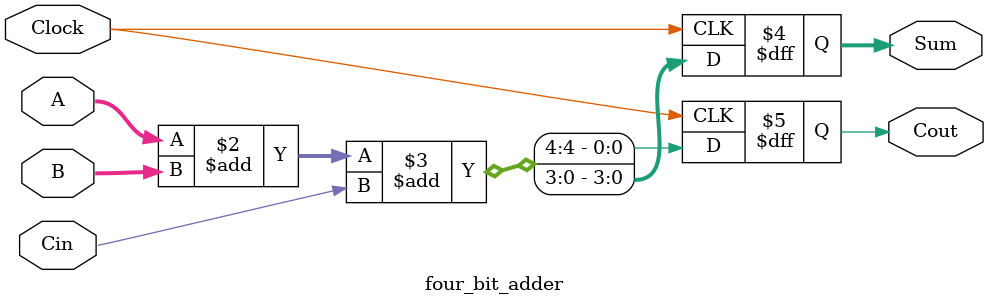
<source format=v>
module four_bit_adder(
    input [3:0] A,
    input [3:0] B,
    input Cin,
    input Clock,
    output [3:0] Sum,
    output Cout
);

reg [3:0] Sum;
reg Cout;

always @(posedge Clock) begin
    {Cout, Sum} = A + B + Cin;
end

endmodule
</source>
